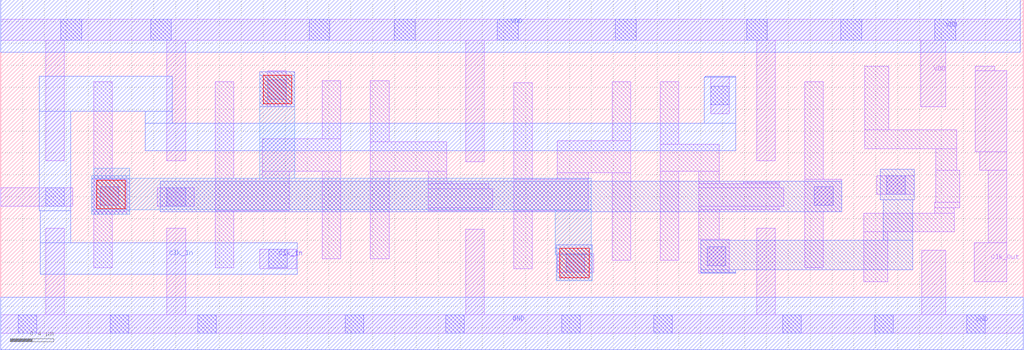
<source format=lef>
VERSION 5.7 ;
  NOWIREEXTENSIONATPIN ON ;
  DIVIDERCHAR "/" ;
  BUSBITCHARS "[]" ;
MACRO FD
  CLASS CORE ;
  FOREIGN FD ;
  ORIGIN 0.000 0.000 ;
  SIZE 9.350 BY 3.200 ;
  SITE unithddb1 ;
  PIN Clk_Out
    ANTENNADIFFAREA 0.318700 ;
    PORT
      LAYER li1 ;
        RECT 8.910 2.550 9.090 2.590 ;
        RECT 8.910 1.810 9.200 2.550 ;
        RECT 8.950 1.640 9.200 1.810 ;
        RECT 9.030 0.980 9.200 1.640 ;
        RECT 8.900 0.620 9.200 0.980 ;
    END
  END Clk_Out
  PIN GND
    ANTENNADIFFAREA 1.261200 ;
    PORT
      LAYER li1 ;
        RECT 0.410 0.320 0.580 1.110 ;
        RECT 1.520 0.320 1.690 1.110 ;
        RECT 4.250 0.320 4.420 1.100 ;
        RECT 6.910 0.320 7.080 1.110 ;
        RECT 8.420 0.320 8.640 0.910 ;
        RECT 0.000 0.150 9.350 0.320 ;
      LAYER mcon ;
        RECT 0.160 0.150 0.330 0.320 ;
        RECT 1.000 0.150 1.170 0.320 ;
        RECT 1.800 0.150 1.970 0.320 ;
        RECT 3.150 0.150 3.320 0.320 ;
        RECT 4.070 0.150 4.240 0.320 ;
        RECT 5.130 0.150 5.300 0.320 ;
        RECT 5.970 0.150 6.140 0.320 ;
        RECT 7.150 0.150 7.320 0.320 ;
        RECT 7.990 0.150 8.160 0.320 ;
        RECT 8.830 0.150 9.000 0.320 ;
      LAYER met1 ;
        RECT 0.000 0.000 9.350 0.480 ;
    END
  END GND
  PIN Clk_In
    ANTENNAGATEAREA 0.351000 ;
    PORT
      LAYER li1 ;
        RECT 6.490 2.160 6.660 2.500 ;
        RECT 0.000 1.310 0.660 1.480 ;
        RECT 2.370 0.740 2.700 0.920 ;
      LAYER mcon ;
        RECT 6.490 2.240 6.660 2.410 ;
        RECT 0.410 1.310 0.580 1.480 ;
        RECT 2.450 0.750 2.620 0.920 ;
      LAYER met1 ;
        RECT 0.350 2.180 1.570 2.500 ;
        RECT 6.440 2.490 6.720 2.500 ;
        RECT 0.350 1.270 0.640 2.180 ;
        RECT 1.320 2.070 1.570 2.180 ;
        RECT 6.430 2.070 6.720 2.490 ;
        RECT 1.320 1.820 6.720 2.070 ;
        RECT 0.360 0.980 0.640 1.270 ;
        RECT 0.360 0.690 2.710 0.980 ;
    END
  END Clk_In
  PIN VDD
    ANTENNADIFFAREA 1.829700 ;
    PORT
      LAYER li1 ;
        RECT 0.000 2.830 9.320 3.020 ;
        RECT 0.410 1.730 0.580 2.830 ;
        RECT 1.520 1.730 1.690 2.830 ;
        RECT 4.250 1.720 4.420 2.830 ;
        RECT 6.910 1.730 7.080 2.830 ;
        RECT 8.410 2.220 8.640 2.830 ;
      LAYER mcon ;
        RECT 0.550 2.830 0.740 3.020 ;
        RECT 1.370 2.830 1.560 3.020 ;
        RECT 2.820 2.830 3.010 3.020 ;
        RECT 3.600 2.830 3.790 3.020 ;
        RECT 4.540 2.830 4.730 3.020 ;
        RECT 5.620 2.830 5.810 3.020 ;
        RECT 6.820 2.830 7.010 3.020 ;
        RECT 7.680 2.830 7.870 3.020 ;
        RECT 8.540 2.830 8.730 3.020 ;
      LAYER met1 ;
        RECT 0.000 2.720 9.320 3.200 ;
    END
  END VDD
  OBS
      LAYER li1 ;
        RECT 0.850 1.560 1.020 2.450 ;
        RECT 1.960 1.570 2.130 2.450 ;
        RECT 2.440 2.220 2.610 2.550 ;
        RECT 2.940 1.930 3.110 2.460 ;
        RECT 2.390 1.630 3.110 1.930 ;
        RECT 2.390 1.570 2.640 1.630 ;
        RECT 0.850 1.260 1.150 1.560 ;
        RECT 1.430 1.310 1.770 1.480 ;
        RECT 1.960 1.270 2.640 1.570 ;
        RECT 0.850 0.750 1.020 1.260 ;
        RECT 1.960 0.750 2.130 1.270 ;
        RECT 2.940 0.830 3.110 1.630 ;
        RECT 3.380 1.900 3.550 2.460 ;
        RECT 3.380 1.630 4.080 1.900 ;
        RECT 3.380 0.830 3.550 1.630 ;
        RECT 3.910 1.540 4.080 1.630 ;
        RECT 4.690 1.560 4.860 2.440 ;
        RECT 5.590 1.910 5.760 2.450 ;
        RECT 5.090 1.620 5.760 1.910 ;
        RECT 5.090 1.560 5.370 1.620 ;
        RECT 3.910 1.520 4.120 1.540 ;
        RECT 3.910 1.470 4.460 1.520 ;
        RECT 3.910 1.300 4.500 1.470 ;
        RECT 3.910 1.270 4.460 1.300 ;
        RECT 4.690 1.270 5.370 1.560 ;
        RECT 4.690 0.740 4.860 1.270 ;
        RECT 5.090 0.710 5.420 0.880 ;
        RECT 5.590 0.820 5.760 1.620 ;
        RECT 6.030 1.880 6.200 2.450 ;
        RECT 6.030 1.630 6.570 1.880 ;
        RECT 6.030 0.820 6.200 1.630 ;
        RECT 6.380 1.520 6.570 1.630 ;
        RECT 7.350 1.560 7.520 2.450 ;
        RECT 7.900 2.010 8.120 2.590 ;
        RECT 7.900 1.840 8.740 2.010 ;
        RECT 8.550 1.640 8.740 1.840 ;
        RECT 6.790 1.520 7.120 1.530 ;
        RECT 6.380 1.480 7.120 1.520 ;
        RECT 6.380 1.310 7.160 1.480 ;
        RECT 6.380 1.280 7.120 1.310 ;
        RECT 6.380 1.010 6.570 1.280 ;
        RECT 7.350 1.260 7.690 1.560 ;
        RECT 8.010 1.420 8.350 1.590 ;
        RECT 8.550 1.350 8.770 1.640 ;
        RECT 8.540 1.300 8.770 1.350 ;
        RECT 6.380 0.700 6.660 1.010 ;
        RECT 7.350 0.750 7.520 1.260 ;
        RECT 8.540 1.250 8.720 1.300 ;
        RECT 7.890 1.080 8.720 1.250 ;
        RECT 7.890 0.620 8.110 1.080 ;
      LAYER mcon ;
        RECT 2.440 2.290 2.610 2.470 ;
        RECT 0.910 1.320 1.080 1.490 ;
        RECT 1.520 1.310 1.690 1.480 ;
        RECT 5.170 0.710 5.340 0.880 ;
        RECT 7.440 1.320 7.610 1.490 ;
        RECT 8.100 1.420 8.270 1.590 ;
        RECT 6.460 0.770 6.630 0.940 ;
      LAYER met1 ;
        RECT 2.370 2.220 2.690 2.540 ;
        RECT 0.830 1.240 1.180 1.590 ;
        RECT 1.460 1.260 7.690 1.540 ;
        RECT 8.040 1.370 8.350 1.650 ;
        RECT 8.070 1.000 8.340 1.370 ;
        RECT 5.080 0.630 5.410 0.960 ;
        RECT 6.400 0.730 8.340 1.000 ;
        RECT 6.400 0.710 6.720 0.730 ;
        RECT 6.410 0.700 6.720 0.710 ;
      LAYER via ;
        RECT 2.400 2.250 2.660 2.510 ;
        RECT 0.880 1.290 1.140 1.550 ;
        RECT 5.110 0.660 5.380 0.930 ;
      LAYER met2 ;
        RECT 0.850 1.590 1.180 1.660 ;
        RECT 0.830 1.570 1.180 1.590 ;
        RECT 2.370 1.570 2.690 2.510 ;
        RECT 0.830 1.280 5.400 1.570 ;
        RECT 0.830 1.240 1.180 1.280 ;
        RECT 5.070 0.930 5.400 1.280 ;
        RECT 5.070 0.870 5.410 0.930 ;
        RECT 5.080 0.630 5.410 0.870 ;
  END
END FD
END LIBRARY


</source>
